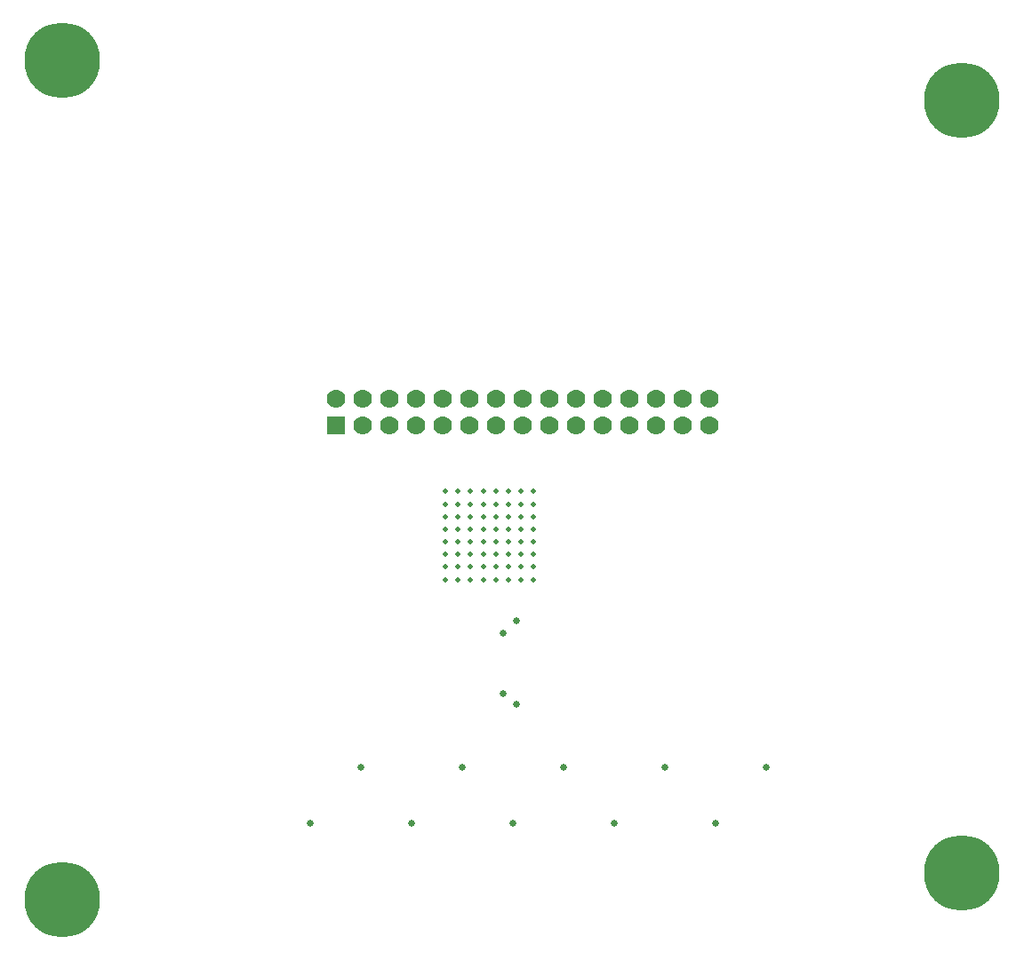
<source format=gbs>
%FSAX24Y24*%
%MOIN*%
G70*
G01*
G75*
G04 Layer_Color=16711935*
%ADD10R,0.0354X0.0394*%
%ADD11R,0.3937X0.3937*%
%ADD12R,0.0366X0.0600*%
%ADD13C,0.0394*%
%ADD14R,0.0354X0.0276*%
%ADD15C,0.0080*%
%ADD16C,0.0620*%
%ADD17R,0.0620X0.0620*%
%ADD18C,0.2756*%
%ADD19C,0.0118*%
%ADD20C,0.0180*%
%ADD21C,0.0100*%
%ADD22C,0.0079*%
%ADD23C,0.0020*%
%ADD24R,0.0434X0.0474*%
%ADD25R,0.4017X0.4017*%
%ADD26R,0.0446X0.0680*%
%ADD27C,0.0787*%
%ADD28R,0.0434X0.0356*%
%ADD29C,0.0700*%
%ADD30R,0.0700X0.0700*%
%ADD31C,0.2836*%
%ADD32C,0.0198*%
%ADD33C,0.0260*%
D29*
X039300Y034171D02*
D03*
X038300D02*
D03*
X037300D02*
D03*
X036300D02*
D03*
X035300D02*
D03*
X034300D02*
D03*
X033300D02*
D03*
X032300D02*
D03*
X031300D02*
D03*
X030300D02*
D03*
X029300D02*
D03*
X028300D02*
D03*
X027300D02*
D03*
X026300D02*
D03*
X025300D02*
D03*
X039300Y033171D02*
D03*
X038300D02*
D03*
X037300D02*
D03*
X036300D02*
D03*
X035300D02*
D03*
X034300D02*
D03*
X033300D02*
D03*
X032300D02*
D03*
X031300D02*
D03*
X030300D02*
D03*
X029300D02*
D03*
X028300D02*
D03*
X027300D02*
D03*
X026300D02*
D03*
D30*
X025300D02*
D03*
D31*
X048786Y016354D02*
D03*
X015046Y015370D02*
D03*
X048786Y045370D02*
D03*
X015046Y046866D02*
D03*
D32*
X032724Y027373D02*
D03*
X032252D02*
D03*
X031779D02*
D03*
X031307D02*
D03*
X030834D02*
D03*
X030362D02*
D03*
X029889D02*
D03*
X029417D02*
D03*
X032724Y027855D02*
D03*
X032252D02*
D03*
X031779D02*
D03*
X031307D02*
D03*
X030834D02*
D03*
X030362D02*
D03*
X029889D02*
D03*
X029417D02*
D03*
X032724Y028317D02*
D03*
X032252D02*
D03*
X031779D02*
D03*
X031307D02*
D03*
X030834D02*
D03*
X030362D02*
D03*
X029889D02*
D03*
X029417D02*
D03*
X032724Y028790D02*
D03*
X032252D02*
D03*
X031779D02*
D03*
X031307D02*
D03*
X030834D02*
D03*
X030362D02*
D03*
X029889D02*
D03*
X029417D02*
D03*
X032724Y029262D02*
D03*
X032252D02*
D03*
X031779D02*
D03*
X031307D02*
D03*
X030834D02*
D03*
X030362D02*
D03*
X029889D02*
D03*
X029417D02*
D03*
X032724Y029735D02*
D03*
X032252D02*
D03*
X031779D02*
D03*
X031307D02*
D03*
X030834D02*
D03*
X030362D02*
D03*
X029889D02*
D03*
X029417D02*
D03*
X032724Y030207D02*
D03*
X032252D02*
D03*
X031779D02*
D03*
X031307D02*
D03*
X030834D02*
D03*
X030362D02*
D03*
X029889D02*
D03*
X029417D02*
D03*
X029889Y030680D02*
D03*
X029417D02*
D03*
X030362D02*
D03*
X032724D02*
D03*
X032252D02*
D03*
X031779D02*
D03*
X031307D02*
D03*
X030834D02*
D03*
D33*
X031580Y025371D02*
D03*
Y023102D02*
D03*
X032074Y025834D02*
D03*
Y022684D02*
D03*
X041445Y020321D02*
D03*
X024345Y018231D02*
D03*
X026245Y020321D02*
D03*
X028145Y018231D02*
D03*
X030045Y020321D02*
D03*
X031945Y018231D02*
D03*
X033845Y020321D02*
D03*
X035745Y018231D02*
D03*
X037645Y020321D02*
D03*
X039545Y018231D02*
D03*
M02*

</source>
